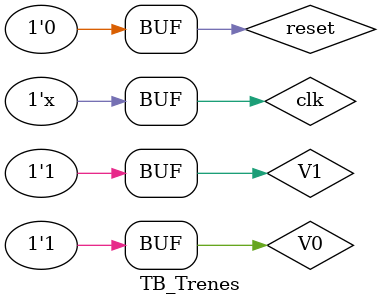
<source format=v>
`timescale 1 ns/10 ps
module TB_Trenes;

reg reset, clk, V0, V1;
wire T0, T1, B;
wire [1:0] status;

localparam medio_periodo=10,
           cambio=2*medio_periodo;


P4_FSM_Trenes DUT1(.clk(clk), .reset(reset), .V0(V0), .V1(V1), .B(B), .T0(T0), .T1(T1), .status(status));

always
	#medio_periodo clk=~clk;

initial
begin
	reset=0;
	clk=0;
	#5

	V0=1;
	V1=1;
	#cambio;

	V0=0;
	V1=1;
	#cambio;

	V0=1;
	V1=0;
	#cambio;

	V0=0;
	V1=0;
	#cambio;
	
	V0=1;
	V1=1;
end

endmodule
</source>
